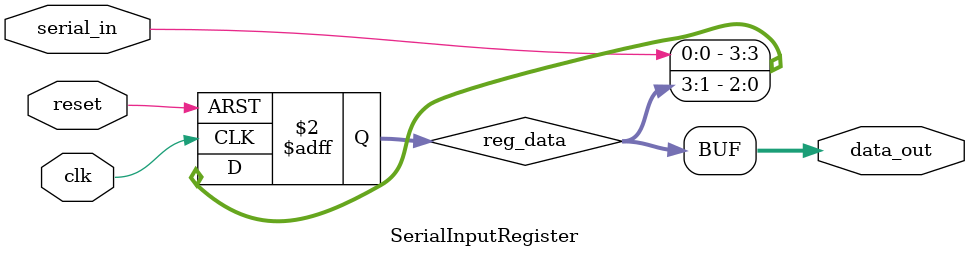
<source format=sv>
module SerialInputRegister (
    input wire clk,      // Clock input
    input wire reset,    // Reset input
    input wire serial_in, // Serial input
    output reg [3:0] data_out // Output data
);

// Internal register for storing data
reg [3:0] reg_data;

always_ff @(posedge clk or posedge reset) begin
    if (reset) begin
        // Reset the register
        reg_data <= 4'b0000;
    end else begin
        // Shift the register right by 1 bit and assign serial_in to the "LSB"
        reg_data <= {serial_in,reg_data[3:1]};
    end
end

assign data_out = reg_data; // Output data is the register value

endmodule

</source>
